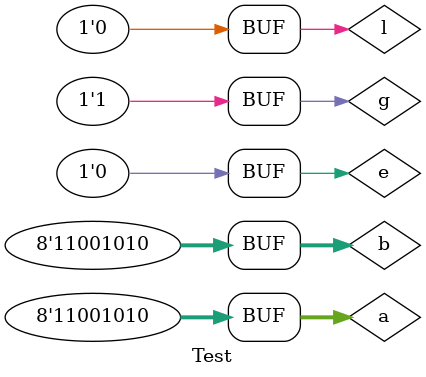
<source format=v>
`timescale 1ns / 1ps


module Test;

	// Inputs
	reg [7:0] a;
	reg [7:0] b;
	reg l;
	reg e;
	reg g;

	// Outputs
	wire lt;
	wire eq;
	wire gt;

	// Instantiate the Unit Under Test (UUT)
	Comparator_8bit uut (
		.lt(lt), 
		.eq(eq), 
		.gt(gt), 
		.A(a), 
		.B(b), 
		.l(l), 
		.e(e), 
		.g(g)
	);

	initial begin
		// Initialize Inputs
		
		l = 0;
		e = 1;
		g = 0;

		
		a = 8'b00011001;
		b = 8'b00010100;
		#100;
		
		a = 8'b01010010;
		b = 8'b10000101;
		#100;
		
		a = 8'b11000010;
		b = 8'b10100110;
		#100;
		
		a = 8'b10000100;
		b = 8'b11100001;
		#100;
		
		a = 8'b01010101;
		b = 8'b10101010;
		#100;
		
		a = 8'b11001100;
		b = 8'b11100010;
		#100;
        
		l = 0;
		e = 1;
		g = 0;  
	   a = 8'b01010101;
		b = 8'b01010101;
		#100;
		
		l = 1;
		e = 0;
		g = 0;
		a = 8'b00111100;
		b = 8'b00111100;
		#100;
		
		l = 0;
		e = 0;
		g = 1;
		a = 8'b11001010;
		b = 8'b11001010;
		#100;
		
		// Add stimulus here

	end
      
endmodule


</source>
